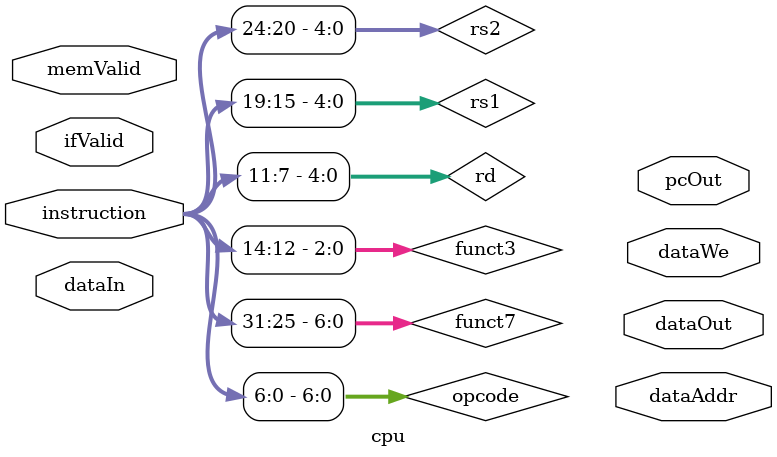
<source format=v>

module alu
#(parameter WIDTH = 8)
(
  input [WIDTH-1:0]a,b,
  input [3:0]sel,
  output reg [WIDTH-1:0]f,
  output zflag
);
    localparam [3:0]
        ADD         = 4'd0,
        SUB         = 4'd1,
        AND         = 4'd2,
        OR          = 4'd3,
        XOR         = 4'd4,
        SLL         = 4'd5,
        SRL         = 4'd6,
        SRA         = 4'd7;

    always@* begin
        case (sel)
            ADD : f = a + b;
            SUB : f = a + ((~b) + 1);
            AND : f = a & b;
            OR  : f = a | b;
            XOR : f = a ^ b;
            SLL : f = a << b;
            SRL : f = a >> b;
            SRA : f = a >>> b;
        endcase
    end
    assign zflag = (f == 'd0) ? (1) : (0);
endmodule

// --------------------------------------------------------------------------------------------------------------------
module cpu
(
    input   [31:0]instruction, dataIn,
    input   ifValid, memValid,
    output  reg [31:0]pcOut, dataAddr, dataOut,
    output  reg dataWe
);

    wire [6:0]opcode    = instruction[6:0];
    wire [6:0]funct7    = instruction[31:25];
    wire [2:0]funct3    = instruction[14:12];
    wire [4:0]rd        = instruction[11:7];
    wire [4:0]rs1       = instruction[19:15];
    wire [4:0]rs2       = instruction[24:20];

    reg [31:0]regfile[0:31];

    // Pipeline regs
    localparam [1:0] IF_ID = 2'd0, ID_EX = 2'd1, EX_WB = 2'd2;
    reg [31:0]PC[IF_ID:EX_WB];
    reg [16:0]ucodeCtrlAddr[IF_ID];

    // Controller microcode
    // ...

    always@(posedge clk) begin
        // fetch

        // decode

        // execute

        // mem/wb
    end

endmodule
</source>
